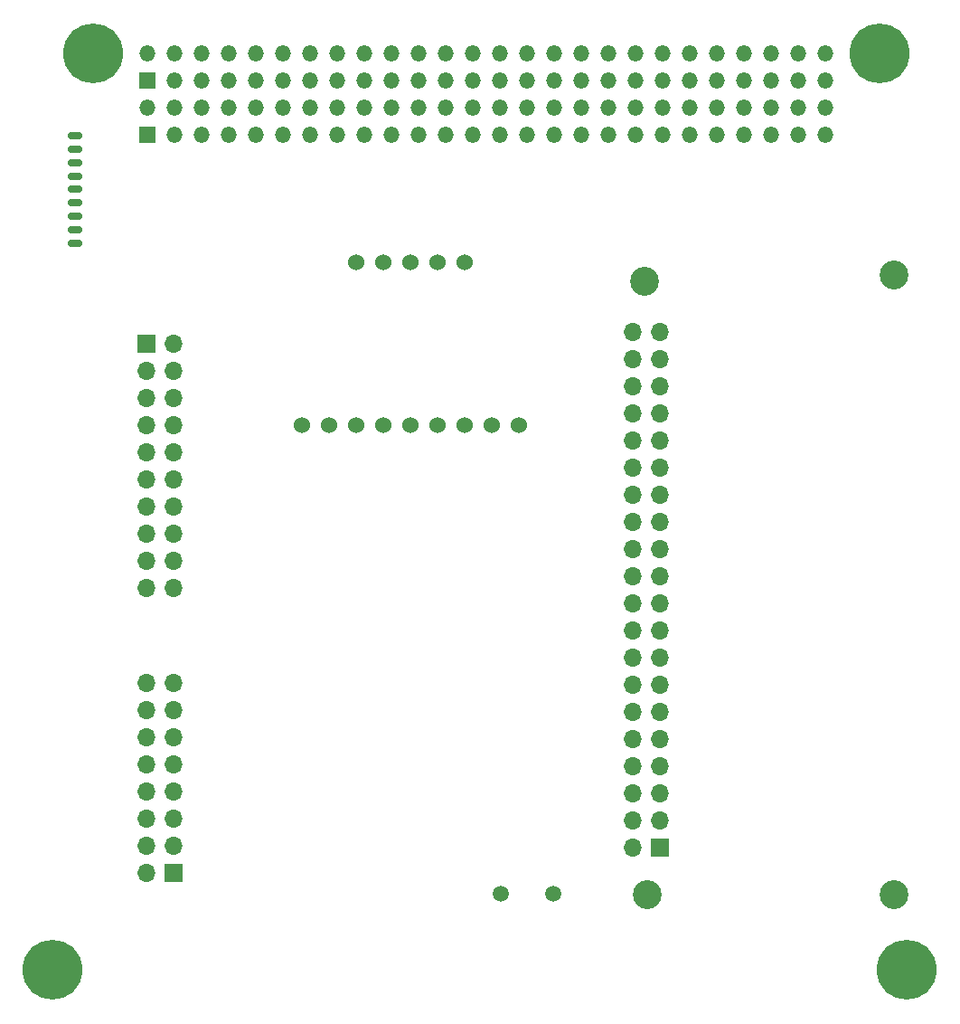
<source format=gbr>
%TF.GenerationSoftware,KiCad,Pcbnew,(5.1.9)-1*%
%TF.CreationDate,2021-10-27T20:29:57-04:00*%
%TF.ProjectId,REVERB Interface,52455645-5242-4204-996e-746572666163,rev?*%
%TF.SameCoordinates,Original*%
%TF.FileFunction,Soldermask,Bot*%
%TF.FilePolarity,Negative*%
%FSLAX46Y46*%
G04 Gerber Fmt 4.6, Leading zero omitted, Abs format (unit mm)*
G04 Created by KiCad (PCBNEW (5.1.9)-1) date 2021-10-27 20:29:57*
%MOMM*%
%LPD*%
G01*
G04 APERTURE LIST*
%ADD10C,1.500000*%
%ADD11C,2.700000*%
%ADD12C,1.524000*%
%ADD13C,5.600000*%
%ADD14C,3.600000*%
%ADD15O,1.400000X0.700000*%
%ADD16O,1.700000X1.700000*%
%ADD17R,1.700000X1.700000*%
%ADD18O,1.500000X1.500000*%
%ADD19R,1.500000X1.500000*%
G04 APERTURE END LIST*
D10*
%TO.C,Y1*%
X153870000Y-136525000D03*
X158750000Y-136525000D03*
%TD*%
D11*
%TO.C,M8*%
X190701000Y-136609000D03*
%TD*%
%TO.C,M7*%
X190701000Y-78609000D03*
%TD*%
%TO.C,M6*%
X167574000Y-136609000D03*
%TD*%
%TO.C,M5*%
X167384000Y-79244000D03*
%TD*%
D12*
%TO.C,U1*%
X135255000Y-92710000D03*
X137795000Y-92710000D03*
X140335000Y-92710000D03*
X142875000Y-92710000D03*
X145415000Y-92710000D03*
X147955000Y-92710000D03*
X150495000Y-92710000D03*
X153035000Y-92710000D03*
X155575000Y-92710000D03*
X140335000Y-77470000D03*
X150495000Y-77470000D03*
X147955000Y-77470000D03*
X145415000Y-77470000D03*
X142875000Y-77470000D03*
%TD*%
D13*
%TO.C,M4*%
X191926000Y-143664000D03*
D14*
X191926000Y-143664000D03*
%TD*%
D13*
%TO.C,M3*%
X111916000Y-143664000D03*
D14*
X111916000Y-143664000D03*
%TD*%
D13*
%TO.C,M2*%
X189386000Y-57939000D03*
D14*
X189386000Y-57939000D03*
%TD*%
D13*
%TO.C,M1*%
X115726000Y-57939000D03*
D14*
X115726000Y-57939000D03*
%TD*%
D15*
%TO.C,J4*%
X114006000Y-75639000D03*
X114006000Y-74389000D03*
X114006000Y-73139000D03*
X114006000Y-71889000D03*
X114006000Y-70639000D03*
X114006000Y-69389000D03*
X114006000Y-68139000D03*
X114006000Y-66889000D03*
X114006000Y-65639000D03*
%TD*%
D16*
%TO.C,J3*%
X123190000Y-107950000D03*
X120650000Y-107950000D03*
X123190000Y-105410000D03*
X120650000Y-105410000D03*
X123190000Y-102870000D03*
X120650000Y-102870000D03*
X123190000Y-100330000D03*
X120650000Y-100330000D03*
X123190000Y-97790000D03*
X120650000Y-97790000D03*
X123190000Y-95250000D03*
X120650000Y-95250000D03*
X123190000Y-92710000D03*
X120650000Y-92710000D03*
X123190000Y-90170000D03*
X120650000Y-90170000D03*
X123190000Y-87630000D03*
X120650000Y-87630000D03*
X123190000Y-85090000D03*
D17*
X120650000Y-85090000D03*
%TD*%
D16*
%TO.C,J2*%
X120650000Y-116840000D03*
X123190000Y-116840000D03*
X120650000Y-119380000D03*
X123190000Y-119380000D03*
X120650000Y-121920000D03*
X123190000Y-121920000D03*
X120650000Y-124460000D03*
X123190000Y-124460000D03*
X120650000Y-127000000D03*
X123190000Y-127000000D03*
X120650000Y-129540000D03*
X123190000Y-129540000D03*
X120650000Y-132080000D03*
X123190000Y-132080000D03*
X120650000Y-134620000D03*
D17*
X123190000Y-134620000D03*
%TD*%
D16*
%TO.C,J1*%
X166256000Y-84014000D03*
X168796000Y-84014000D03*
X166256000Y-86554000D03*
X168796000Y-86554000D03*
X166256000Y-89094000D03*
X168796000Y-89094000D03*
X166256000Y-91634000D03*
X168796000Y-91634000D03*
X166256000Y-94174000D03*
X168796000Y-94174000D03*
X166256000Y-96714000D03*
X168796000Y-96714000D03*
X166256000Y-99254000D03*
X168796000Y-99254000D03*
X166256000Y-101794000D03*
X168796000Y-101794000D03*
X166256000Y-104334000D03*
X168796000Y-104334000D03*
X166256000Y-106874000D03*
X168796000Y-106874000D03*
X166256000Y-109414000D03*
X168796000Y-109414000D03*
X166256000Y-111954000D03*
X168796000Y-111954000D03*
X166256000Y-114494000D03*
X168796000Y-114494000D03*
X166256000Y-117034000D03*
X168796000Y-117034000D03*
X166256000Y-119574000D03*
X168796000Y-119574000D03*
X166256000Y-122114000D03*
X168796000Y-122114000D03*
X166256000Y-124654000D03*
X168796000Y-124654000D03*
X166256000Y-127194000D03*
X168796000Y-127194000D03*
X166256000Y-129734000D03*
X168796000Y-129734000D03*
X166256000Y-132274000D03*
D17*
X168796000Y-132274000D03*
%TD*%
D18*
%TO.C,H2*%
X184306000Y-57939000D03*
X184306000Y-60479000D03*
X181766000Y-57939000D03*
X181766000Y-60479000D03*
X179226000Y-57939000D03*
X179226000Y-60479000D03*
X176686000Y-57939000D03*
X176686000Y-60479000D03*
X174146000Y-57939000D03*
X174146000Y-60479000D03*
X171606000Y-57939000D03*
X171606000Y-60479000D03*
X169066000Y-57939000D03*
X169066000Y-60479000D03*
X166526000Y-57939000D03*
X166526000Y-60479000D03*
X163986000Y-57939000D03*
X163986000Y-60479000D03*
X161446000Y-57939000D03*
X161446000Y-60479000D03*
X158906000Y-57939000D03*
X158906000Y-60479000D03*
X156366000Y-57939000D03*
X156366000Y-60479000D03*
X153826000Y-57939000D03*
X153826000Y-60479000D03*
X151286000Y-57939000D03*
X151286000Y-60479000D03*
X148746000Y-57939000D03*
X148746000Y-60479000D03*
X146206000Y-57939000D03*
X146206000Y-60479000D03*
X143666000Y-57939000D03*
X143666000Y-60479000D03*
X141126000Y-57939000D03*
X141126000Y-60479000D03*
X138586000Y-57939000D03*
X138586000Y-60479000D03*
X136046000Y-57939000D03*
X136046000Y-60479000D03*
X133506000Y-57939000D03*
X133506000Y-60479000D03*
X130966000Y-57939000D03*
X130966000Y-60479000D03*
X128426000Y-57939000D03*
X128426000Y-60479000D03*
X125886000Y-57939000D03*
X125886000Y-60479000D03*
X123346000Y-57939000D03*
X123346000Y-60479000D03*
X120806000Y-57939000D03*
D19*
X120806000Y-60479000D03*
%TD*%
D18*
%TO.C,H1*%
X184306000Y-63019000D03*
X184306000Y-65559000D03*
X181766000Y-63019000D03*
X181766000Y-65559000D03*
X179226000Y-63019000D03*
X179226000Y-65559000D03*
X176686000Y-63019000D03*
X176686000Y-65559000D03*
X174146000Y-63019000D03*
X174146000Y-65559000D03*
X171606000Y-63019000D03*
X171606000Y-65559000D03*
X169066000Y-63019000D03*
X169066000Y-65559000D03*
X166526000Y-63019000D03*
X166526000Y-65559000D03*
X163986000Y-63019000D03*
X163986000Y-65559000D03*
X161446000Y-63019000D03*
X161446000Y-65559000D03*
X158906000Y-63019000D03*
X158906000Y-65559000D03*
X156366000Y-63019000D03*
X156366000Y-65559000D03*
X153826000Y-63019000D03*
X153826000Y-65559000D03*
X151286000Y-63019000D03*
X151286000Y-65559000D03*
X148746000Y-63019000D03*
X148746000Y-65559000D03*
X146206000Y-63019000D03*
X146206000Y-65559000D03*
X143666000Y-63019000D03*
X143666000Y-65559000D03*
X141126000Y-63019000D03*
X141126000Y-65559000D03*
X138586000Y-63019000D03*
X138586000Y-65559000D03*
X136046000Y-63019000D03*
X136046000Y-65559000D03*
X133506000Y-63019000D03*
X133506000Y-65559000D03*
X130966000Y-63019000D03*
X130966000Y-65559000D03*
X128426000Y-63019000D03*
X128426000Y-65559000D03*
X125886000Y-63019000D03*
X125886000Y-65559000D03*
X123346000Y-63019000D03*
X123346000Y-65559000D03*
X120806000Y-63019000D03*
D19*
X120806000Y-65559000D03*
%TD*%
M02*

</source>
